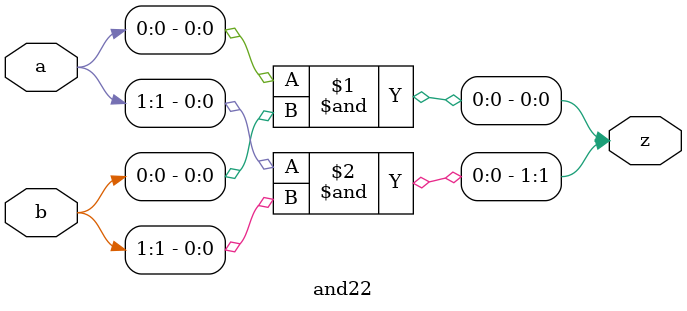
<source format=v>
module and22(input [1:0]a, input [1:0]b, output [1:0]z );
assign z[0] = a[0] & b[0];
assign z[1] = a[1] & b[1];
endmodule 
</source>
